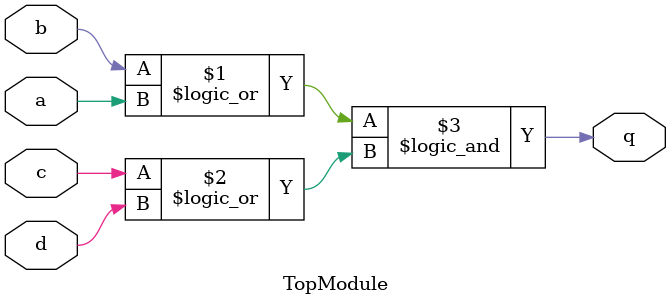
<source format=sv>
module TopModule (
    input logic a,
    input logic b,
    input logic c,
    input logic d,
    output logic q
);

    assign q = (b || a) && (c || d);

endmodule
</source>
